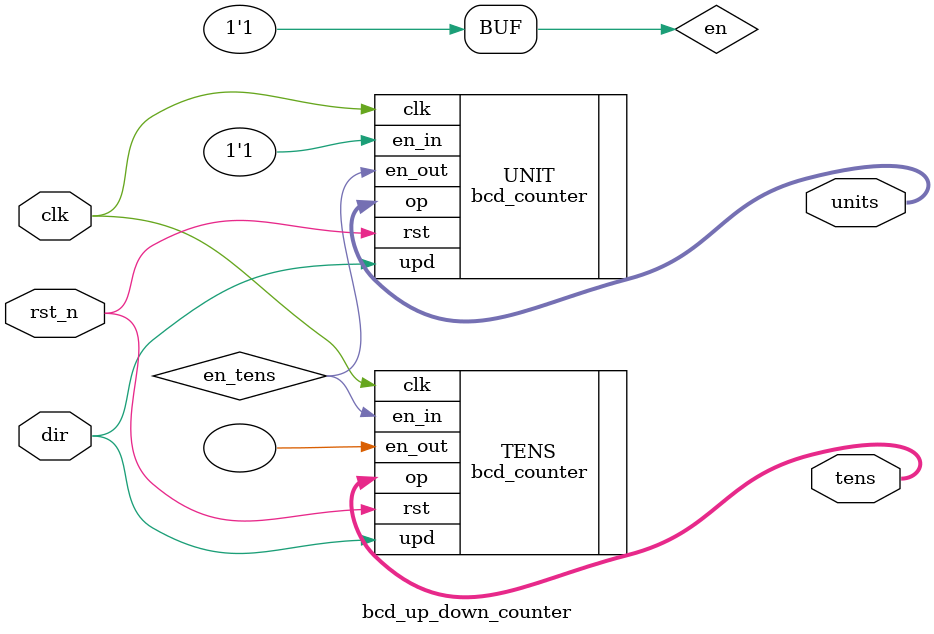
<source format=v>
`timescale 1ns / 1ps


module bcd_up_down_counter(
    input clk,              
    input rst_n,            
    input dir,              
    output [3:0] units,
    output [3:0] tens     
);
    wire en = 1'b1;
    wire en_tens;

    // The first Digit 
    bcd_counter UNIT (
        .clk(clk),
        .rst(rst_n),
        .en_in(en),
        .upd(dir),
        .op(units),
        .en_out(en_tens)
    );
    
    // Second Digit
    bcd_counter TENS (
        .clk(clk),
        .rst(rst_n),
        .en_in(en_tens),
        .upd(dir),
        .op(tens),
        .en_out() // unused
    );
endmodule
</source>
